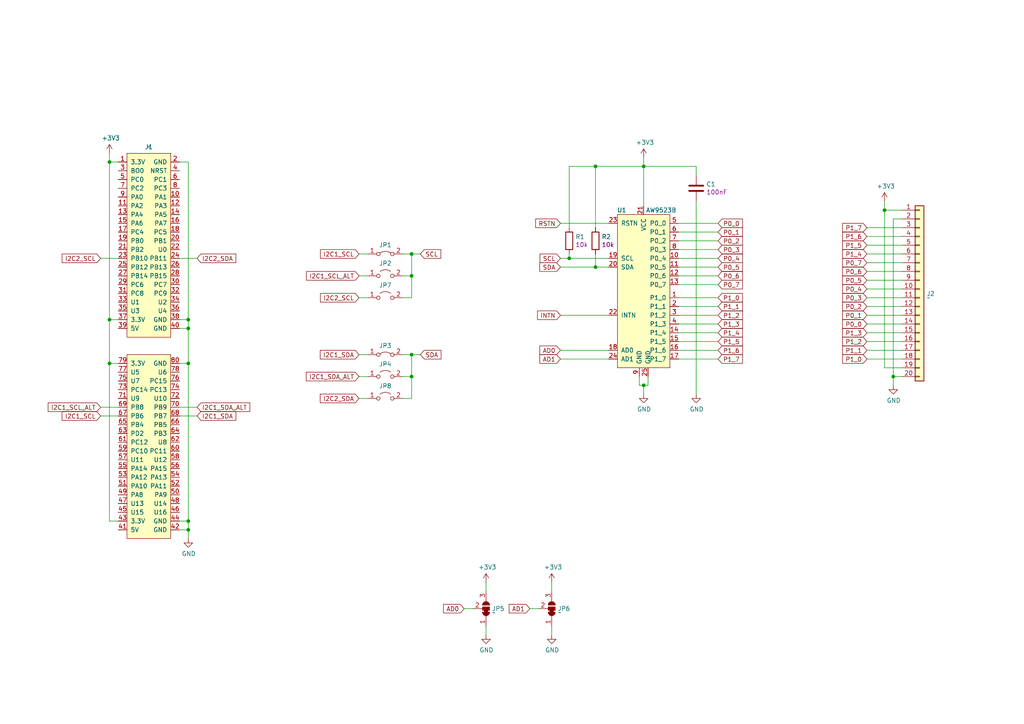
<source format=kicad_sch>
(kicad_sch (version 20211123) (generator eeschema)
  (paper "A4")
  (lib_symbols
    (symbol "Connector_Generic:Conn_01x20" (pin_names (offset 1.016) hide)
      (property "Reference" "J" (at 0 25.4 0))
      (property "Value" "Conn_01x20" (at 0 -27.94 0))
      (symbol "Conn_01x20_1_1"
        (rectangle (start -1.27 -25.273) (end 0 -25.527) (stroke (width 0.1524)))
        (rectangle (start -1.27 -22.733) (end 0 -22.987) (stroke (width 0.1524)))
        (rectangle (start -1.27 -20.193) (end 0 -20.447) (stroke (width 0.1524)))
        (rectangle (start -1.27 -17.653) (end 0 -17.907) (stroke (width 0.1524)))
        (rectangle (start -1.27 -15.113) (end 0 -15.367) (stroke (width 0.1524)))
        (rectangle (start -1.27 -12.573) (end 0 -12.827) (stroke (width 0.1524)))
        (rectangle (start -1.27 -10.033) (end 0 -10.287) (stroke (width 0.1524)))
        (rectangle (start -1.27 -7.493) (end 0 -7.747) (stroke (width 0.1524)))
        (rectangle (start -1.27 -4.953) (end 0 -5.207) (stroke (width 0.1524)))
        (rectangle (start -1.27 -2.413) (end 0 -2.667) (stroke (width 0.1524)))
        (rectangle (start -1.27 0.127) (end 0 -0.127) (stroke (width 0.1524)))
        (rectangle (start -1.27 2.667) (end 0 2.413) (stroke (width 0.1524)))
        (rectangle (start -1.27 5.207) (end 0 4.953) (stroke (width 0.1524)))
        (rectangle (start -1.27 7.747) (end 0 7.493) (stroke (width 0.1524)))
        (rectangle (start -1.27 10.287) (end 0 10.033) (stroke (width 0.1524)))
        (rectangle (start -1.27 12.827) (end 0 12.573) (stroke (width 0.1524)))
        (rectangle (start -1.27 15.367) (end 0 15.113) (stroke (width 0.1524)))
        (rectangle (start -1.27 17.907) (end 0 17.653) (stroke (width 0.1524)))
        (rectangle (start -1.27 20.447) (end 0 20.193) (stroke (width 0.1524)))
        (rectangle (start -1.27 22.987) (end 0 22.733) (stroke (width 0.1524)))
        (rectangle (start -1.27 24.13) (end 1.27 -26.67) (stroke (width 0.254)) (fill (type background)))
        (pin passive line (at -5.08 22.86 0) (length 3.81) (name "Pin_1") (number "1"))
        (pin passive line (at -5.08 0 0) (length 3.81) (name "Pin_10") (number "10"))
        (pin passive line (at -5.08 -2.54 0) (length 3.81) (name "Pin_11") (number "11"))
        (pin passive line (at -5.08 -5.08 0) (length 3.81) (name "Pin_12") (number "12"))
        (pin passive line (at -5.08 -7.62 0) (length 3.81) (name "Pin_13") (number "13"))
        (pin passive line (at -5.08 -10.16 0) (length 3.81) (name "Pin_14") (number "14"))
        (pin passive line (at -5.08 -12.7 0) (length 3.81) (name "Pin_15") (number "15"))
        (pin passive line (at -5.08 -15.24 0) (length 3.81) (name "Pin_16") (number "16"))
        (pin passive line (at -5.08 -17.78 0) (length 3.81) (name "Pin_17") (number "17"))
        (pin passive line (at -5.08 -20.32 0) (length 3.81) (name "Pin_18") (number "18"))
        (pin passive line (at -5.08 -22.86 0) (length 3.81) (name "Pin_19") (number "19"))
        (pin passive line (at -5.08 20.32 0) (length 3.81) (name "Pin_2") (number "2"))
        (pin passive line (at -5.08 -25.4 0) (length 3.81) (name "Pin_20") (number "20"))
        (pin passive line (at -5.08 17.78 0) (length 3.81) (name "Pin_3") (number "3"))
        (pin passive line (at -5.08 15.24 0) (length 3.81) (name "Pin_4") (number "4"))
        (pin passive line (at -5.08 12.7 0) (length 3.81) (name "Pin_5") (number "5"))
        (pin passive line (at -5.08 10.16 0) (length 3.81) (name "Pin_6") (number "6"))
        (pin passive line (at -5.08 7.62 0) (length 3.81) (name "Pin_7") (number "7"))
        (pin passive line (at -5.08 5.08 0) (length 3.81) (name "Pin_8") (number "8"))
        (pin passive line (at -5.08 2.54 0) (length 3.81) (name "Pin_9") (number "9"))
      )
    )
    (symbol "Jumper:Jumper_2_Bridged" (pin_names (offset 0) hide)
      (property "Reference" "JP" (at 0 1.905 0))
      (property "Value" "Jumper_2_Bridged" (at 0 -2.54 0))
      (symbol "Jumper_2_Bridged_0_0"
        (circle (center -2.032 0) (radius 0.508))
        (circle (center 2.032 0) (radius 0.508))
      )
      (symbol "Jumper_2_Bridged_0_1"
        (arc (start 1.524 0.254) (mid 0 0.762) (end -1.524 0.254))
      )
      (symbol "Jumper_2_Bridged_1_1"
        (pin passive line (at -5.08 0 0) (length 2.54) (name "A") (number "1"))
        (pin passive line (at 5.08 0 180) (length 2.54) (name "B") (number "2"))
      )
    )
    (symbol "Jumper:Jumper_2_Open" (pin_names (offset 0) hide)
      (property "Reference" "JP" (at 0 2.794 0))
      (property "Value" "Jumper_2_Open" (at 0 -2.286 0))
      (symbol "Jumper_2_Open_0_0"
        (circle (center -2.032 0) (radius 0.508))
        (circle (center 2.032 0) (radius 0.508))
      )
      (symbol "Jumper_2_Open_0_1"
        (arc (start 1.524 1.27) (mid 0 1.778) (end -1.524 1.27))
      )
      (symbol "Jumper_2_Open_1_1"
        (pin passive line (at -5.08 0 0) (length 2.54) (name "A") (number "1"))
        (pin passive line (at 5.08 0 180) (length 2.54) (name "B") (number "2"))
      )
    )
    (symbol "Jumper:SolderJumper_3_Bridged12" (pin_names (offset 0) hide)
      (property "Reference" "JP" (at -2.54 -2.54 0))
      (property "Value" "SolderJumper_3_Bridged12" (at 0 2.794 0))
      (symbol "SolderJumper_3_Bridged12_0_1"
        (rectangle (start -1.016 0.508) (end -0.508 -0.508) (fill (type outline)))
        (arc (start -1.016 1.016) (mid -2.032 0) (end -1.016 -1.016))
        (arc (start -1.016 1.016) (mid -2.032 0) (end -1.016 -1.016) (fill (type outline)))
        (rectangle (start -0.508 1.016) (end 0.508 -1.016) (fill (type outline)))
        (polyline (pts (xy -2.54 0) (xy -2.032 0)))
        (polyline (pts (xy -1.016 1.016) (xy -1.016 -1.016)))
        (polyline (pts (xy 0 -1.27) (xy 0 -1.016)))
        (polyline (pts (xy 1.016 1.016) (xy 1.016 -1.016)))
        (polyline (pts (xy 2.54 0) (xy 2.032 0)))
        (arc (start 1.016 -1.016) (mid 2.032 0) (end 1.016 1.016))
        (arc (start 1.016 -1.016) (mid 2.032 0) (end 1.016 1.016) (fill (type outline)))
      )
      (symbol "SolderJumper_3_Bridged12_1_1"
        (pin passive line (at -5.08 0 0) (length 2.54) (name "A") (number "1"))
        (pin input line (at 0 -3.81 90) (length 2.54) (name "C") (number "2"))
        (pin passive line (at 5.08 0 180) (length 2.54) (name "B") (number "3"))
      )
    )
    (symbol "ioaw9523-rescue:AW9523B-stm32world" (pin_names (offset 1.016))
      (property "Reference" "U" (at -6.35 24.13 0))
      (property "Value" "AW9523B-stm32world" (at 6.35 24.13 0))
      (symbol "AW9523B-stm32world_0_1"
        (rectangle (start 7.62 22.86) (end -7.62 -21.59) (fill (type background)))
      )
      (symbol "AW9523B-stm32world_1_1"
        (pin bidirectional line (at 10.16 -1.27 180) (length 2.54) (name "P1_0") (number "1"))
        (pin bidirectional line (at 10.16 10.16 180) (length 2.54) (name "P0_4") (number "10"))
        (pin bidirectional line (at 10.16 7.62 180) (length 2.54) (name "P0_5") (number "11"))
        (pin bidirectional line (at 10.16 5.08 180) (length 2.54) (name "P0_6") (number "12"))
        (pin bidirectional line (at 10.16 2.54 180) (length 2.54) (name "P0_7") (number "13"))
        (pin bidirectional line (at 10.16 -11.43 180) (length 2.54) (name "P1_4") (number "14"))
        (pin bidirectional line (at 10.16 -13.97 180) (length 2.54) (name "P1_5") (number "15"))
        (pin bidirectional line (at 10.16 -16.51 180) (length 2.54) (name "P1_6") (number "16"))
        (pin bidirectional line (at 10.16 -19.05 180) (length 2.54) (name "P1_7") (number "17"))
        (pin input line (at -10.16 -16.51 0) (length 2.54) (name "AD0") (number "18"))
        (pin input line (at -10.16 10.16 0) (length 2.54) (name "SCL") (number "19"))
        (pin bidirectional line (at 10.16 -3.81 180) (length 2.54) (name "P1_1") (number "2"))
        (pin bidirectional line (at -10.16 7.62 0) (length 2.54) (name "SDA") (number "20"))
        (pin power_in line (at 0 25.4 270) (length 2.54) (name "VCC") (number "21"))
        (pin output line (at -10.16 -6.35 0) (length 2.54) (name "INTN") (number "22"))
        (pin input line (at -10.16 20.32 0) (length 2.54) (name "RSTN") (number "23"))
        (pin input line (at -10.16 -19.05 0) (length 2.54) (name "AD1") (number "24"))
        (pin power_in line (at 1.27 -24.13 90) (length 2.54) (name "GND") (number "25"))
        (pin bidirectional line (at 10.16 -6.35 180) (length 2.54) (name "P1_2") (number "3"))
        (pin bidirectional line (at 10.16 -8.89 180) (length 2.54) (name "P1_3") (number "4"))
        (pin bidirectional line (at 10.16 20.32 180) (length 2.54) (name "P0_0") (number "5"))
        (pin bidirectional line (at 10.16 17.78 180) (length 2.54) (name "P0_1") (number "6"))
        (pin bidirectional line (at 10.16 15.24 180) (length 2.54) (name "P0_2") (number "7"))
        (pin bidirectional line (at 10.16 12.7 180) (length 2.54) (name "P0_3") (number "8"))
        (pin power_in line (at -1.27 -24.13 90) (length 2.54) (name "GND") (number "9"))
      )
    )
    (symbol "power:+3.3V" (power) (pin_names (offset 0))
      (property "Value" "+3.3V" (at 0 3.556 0))
      (symbol "+3.3V_0_1"
        (polyline (pts (xy -0.762 1.27) (xy 0 2.54)))
        (polyline (pts (xy 0 0) (xy 0 2.54)))
        (polyline (pts (xy 0 2.54) (xy 0.762 1.27)))
      )
      (symbol "+3.3V_1_1"
        (pin power_in line (at 0 0 90) (length 0) hide (name "+3V3") (number "1"))
      )
    )
    (symbol "power:GND" (power) (pin_names (offset 0))
      (property "Value" "GND" (at 0 -3.81 0))
      (symbol "GND_0_1"
        (polyline (pts (xy 0 0) (xy 0 -1.27) (xy 1.27 -1.27) (xy 0 -2.54) (xy -1.27 -1.27) (xy 0 -1.27)))
      )
      (symbol "GND_1_1"
        (pin power_in line (at 0 0 270) (length 0) hide (name "GND") (number "1"))
      )
    )
    (symbol "stm32world:C_100NF_0603" (pin_numbers hide) (pin_names (offset 0.254))
      (property "Reference" "C" (at 0.635 2.54 0))
      (property "Display" "100nF" (at 3.81 -2.54 0))
      (symbol "C_100NF_0603_0_1"
        (polyline (pts (xy -2.032 -0.762) (xy 2.032 -0.762)) (stroke (width 0.508)))
        (polyline (pts (xy -2.032 0.762) (xy 2.032 0.762)) (stroke (width 0.508)))
      )
      (symbol "C_100NF_0603_1_1"
        (pin passive line (at 0 3.81 270) (length 2.794) (name "~") (number "1"))
        (pin passive line (at 0 -3.81 90) (length 2.794) (name "~") (number "2"))
      )
    )
    (symbol "stm32world:R_10K_0603" (pin_numbers hide) (pin_names (offset 0))
      (property "Reference" "R" (at 2.54 2.54 90))
      (property "Display" "10k" (at 2.54 -1.27 90))
      (symbol "R_10K_0603_0_1"
        (rectangle (start -1.016 -2.54) (end 1.016 2.54) (stroke (width 0.254)))
      )
      (symbol "R_10K_0603_1_1"
        (pin passive line (at 0 3.81 270) (length 1.27) (name "~") (number "1"))
        (pin passive line (at 0 -3.81 90) (length 1.27) (name "~") (number "2"))
      )
    )
    (symbol "stm32world:STM32WORLD_BASE" (pin_names (offset 1.016))
      (property "Reference" "J" (at -6.35 57.15 0))
      (property "Value" "STM32WORLD_BASE" (at 10.16 57.15 0))
      (symbol "STM32WORLD_BASE_0_1"
        (rectangle (start -6.35 55.88) (end 6.35 2.54) (fill (type background)))
        (rectangle (start 6.35 -2.54) (end -6.35 -55.88) (fill (type background)))
      )
      (symbol "STM32WORLD_BASE_1_1"
        (pin passive line (at -8.89 53.34 0) (length 2.54) (name "3.3V") (number "1"))
        (pin passive line (at 8.89 43.18 180) (length 2.54) (name "PA1") (number "10"))
        (pin passive line (at -8.89 40.64 0) (length 2.54) (name "PA2") (number "11"))
        (pin passive line (at 8.89 40.64 180) (length 2.54) (name "PA3") (number "12"))
        (pin passive line (at -8.89 38.1 0) (length 2.54) (name "PA4") (number "13"))
        (pin passive line (at 8.89 38.1 180) (length 2.54) (name "PA5") (number "14"))
        (pin passive line (at -8.89 35.56 0) (length 2.54) (name "PA6") (number "15"))
        (pin passive line (at 8.89 35.56 180) (length 2.54) (name "PA7") (number "16"))
        (pin passive line (at -8.89 33.02 0) (length 2.54) (name "PC4") (number "17"))
        (pin passive line (at 8.89 33.02 180) (length 2.54) (name "PC5") (number "18"))
        (pin passive line (at -8.89 30.48 0) (length 2.54) (name "PB0") (number "19"))
        (pin passive line (at 8.89 53.34 180) (length 2.54) (name "GND") (number "2"))
        (pin passive line (at 8.89 30.48 180) (length 2.54) (name "PB1") (number "20"))
        (pin passive line (at -8.89 27.94 0) (length 2.54) (name "PB2") (number "21"))
        (pin passive line (at 8.89 27.94 180) (length 2.54) (name "U0") (number "22"))
        (pin passive line (at -8.89 25.4 0) (length 2.54) (name "PB10") (number "23"))
        (pin passive line (at 8.89 25.4 180) (length 2.54) (name "PB11") (number "24"))
        (pin passive line (at -8.89 22.86 0) (length 2.54) (name "PB12") (number "25"))
        (pin passive line (at 8.89 22.86 180) (length 2.54) (name "PB13") (number "26"))
        (pin passive line (at -8.89 20.32 0) (length 2.54) (name "PB14") (number "27"))
        (pin passive line (at 8.89 20.32 180) (length 2.54) (name "PB15") (number "28"))
        (pin passive line (at -8.89 17.78 0) (length 2.54) (name "PC6") (number "29"))
        (pin passive line (at -8.89 50.8 0) (length 2.54) (name "BO0") (number "3"))
        (pin passive line (at 8.89 17.78 180) (length 2.54) (name "PC7") (number "30"))
        (pin passive line (at -8.89 15.24 0) (length 2.54) (name "PC8") (number "31"))
        (pin passive line (at 8.89 15.24 180) (length 2.54) (name "PC9") (number "32"))
        (pin passive line (at -8.89 12.7 0) (length 2.54) (name "U1") (number "33"))
        (pin passive line (at 8.89 12.7 180) (length 2.54) (name "U2") (number "34"))
        (pin passive line (at -8.89 10.16 0) (length 2.54) (name "U3") (number "35"))
        (pin passive line (at 8.89 10.16 180) (length 2.54) (name "U4") (number "36"))
        (pin passive line (at -8.89 7.62 0) (length 2.54) (name "3.3V") (number "37"))
        (pin passive line (at 8.89 7.62 180) (length 2.54) (name "GND") (number "38"))
        (pin passive line (at -8.89 5.08 0) (length 2.54) (name "5V") (number "39"))
        (pin passive line (at 8.89 50.8 180) (length 2.54) (name "NRST") (number "4"))
        (pin passive line (at 8.89 5.08 180) (length 2.54) (name "GND") (number "40"))
        (pin passive line (at -8.89 -53.34 0) (length 2.54) (name "5V") (number "41"))
        (pin passive line (at 8.89 -53.34 180) (length 2.54) (name "GND") (number "42"))
        (pin passive line (at -8.89 -50.8 0) (length 2.54) (name "3.3V") (number "43"))
        (pin passive line (at 8.89 -50.8 180) (length 2.54) (name "GND") (number "44"))
        (pin passive line (at -8.89 -48.26 0) (length 2.54) (name "U15") (number "45"))
        (pin passive line (at 8.89 -48.26 180) (length 2.54) (name "U16") (number "46"))
        (pin passive line (at -8.89 -45.72 0) (length 2.54) (name "U13") (number "47"))
        (pin passive line (at 8.89 -45.72 180) (length 2.54) (name "U14") (number "48"))
        (pin passive line (at -8.89 -43.18 0) (length 2.54) (name "PA8") (number "49"))
        (pin passive line (at -8.89 48.26 0) (length 2.54) (name "PC0") (number "5"))
        (pin passive line (at 8.89 -43.18 180) (length 2.54) (name "PA9") (number "50"))
        (pin passive line (at -8.89 -40.64 0) (length 2.54) (name "PA10") (number "51"))
        (pin passive line (at 8.89 -40.64 180) (length 2.54) (name "PA11") (number "52"))
        (pin passive line (at -8.89 -38.1 0) (length 2.54) (name "PA12") (number "53"))
        (pin passive line (at 8.89 -38.1 180) (length 2.54) (name "PA13") (number "54"))
        (pin passive line (at -8.89 -35.56 0) (length 2.54) (name "PA14") (number "55"))
        (pin passive line (at 8.89 -35.56 180) (length 2.54) (name "PA15") (number "56"))
        (pin passive line (at -8.89 -33.02 0) (length 2.54) (name "U11") (number "57"))
        (pin passive line (at 8.89 -33.02 180) (length 2.54) (name "U12") (number "58"))
        (pin passive line (at -8.89 -30.48 0) (length 2.54) (name "PC10") (number "59"))
        (pin passive line (at 8.89 48.26 180) (length 2.54) (name "PC1") (number "6"))
        (pin passive line (at 8.89 -30.48 180) (length 2.54) (name "PC11") (number "60"))
        (pin passive line (at -8.89 -27.94 0) (length 2.54) (name "PC12") (number "61"))
        (pin passive line (at 8.89 -27.94 180) (length 2.54) (name "U8") (number "62"))
        (pin passive line (at -8.89 -25.4 0) (length 2.54) (name "PD2") (number "63"))
        (pin passive line (at 8.89 -25.4 180) (length 2.54) (name "PB3") (number "64"))
        (pin passive line (at -8.89 -22.86 0) (length 2.54) (name "PB4") (number "65"))
        (pin passive line (at 8.89 -22.86 180) (length 2.54) (name "PB5") (number "66"))
        (pin passive line (at -8.89 -20.32 0) (length 2.54) (name "PB6") (number "67"))
        (pin passive line (at 8.89 -20.32 180) (length 2.54) (name "PB7") (number "68"))
        (pin passive line (at -8.89 -17.78 0) (length 2.54) (name "PB8") (number "69"))
        (pin passive line (at -8.89 45.72 0) (length 2.54) (name "PC2") (number "7"))
        (pin passive line (at 8.89 -17.78 180) (length 2.54) (name "PB9") (number "70"))
        (pin passive line (at -8.89 -15.24 0) (length 2.54) (name "U9") (number "71"))
        (pin passive line (at 8.89 -15.24 180) (length 2.54) (name "U10") (number "72"))
        (pin passive line (at -8.89 -12.7 0) (length 2.54) (name "PC14") (number "73"))
        (pin passive line (at 8.89 -12.7 180) (length 2.54) (name "PC13") (number "74"))
        (pin passive line (at -8.89 -10.16 0) (length 2.54) (name "U7") (number "75"))
        (pin passive line (at 8.89 -10.16 180) (length 2.54) (name "PC15") (number "76"))
        (pin passive line (at -8.89 -7.62 0) (length 2.54) (name "U5") (number "77"))
        (pin passive line (at 8.89 -7.62 180) (length 2.54) (name "U6") (number "78"))
        (pin passive line (at -8.89 -5.08 0) (length 2.54) (name "3.3V") (number "79"))
        (pin passive line (at 8.89 45.72 180) (length 2.54) (name "PC3") (number "8"))
        (pin passive line (at 8.89 -5.08 180) (length 2.54) (name "GND") (number "80"))
        (pin passive line (at -8.89 43.18 0) (length 2.54) (name "PA0") (number "9"))
      )
    )
  )
  (junction (at 172.72 48.26))
  (junction (at 31.75 46.99))
  (junction (at 119.38 109.22))
  (junction (at 54.61 92.71))
  (junction (at 186.69 111.76))
  (junction (at 186.69 48.26))
  (junction (at 256.54 60.96))
  (junction (at 54.61 153.67))
  (junction (at 165.1 74.93))
  (junction (at 31.75 105.41))
  (junction (at 119.38 80.01))
  (junction (at 119.38 102.87))
  (junction (at 172.72 77.47))
  (junction (at 31.75 92.71))
  (junction (at 54.61 105.41))
  (junction (at 119.38 73.66))
  (junction (at 259.08 109.22))
  (junction (at 54.61 151.13))
  (junction (at 54.61 95.25))
  (wire (pts (xy 196.85 64.77) (xy 208.28 64.77)))
  (wire (pts (xy 52.07 153.67) (xy 54.61 153.67)))
  (wire (pts (xy 172.72 73.66) (xy 172.72 77.47)))
  (wire (pts (xy 196.85 69.85) (xy 208.28 69.85)))
  (wire (pts (xy 34.29 118.11) (xy 29.21 118.11)))
  (wire (pts (xy 261.62 104.14) (xy 251.46 104.14)))
  (wire (pts (xy 196.85 91.44) (xy 208.28 91.44)))
  (wire (pts (xy 208.28 82.55) (xy 196.85 82.55)))
  (wire (pts (xy 261.62 83.82) (xy 251.46 83.82)))
  (wire (pts (xy 119.38 115.57) (xy 116.84 115.57)))
  (wire (pts (xy 162.56 74.93) (xy 165.1 74.93)))
  (wire (pts (xy 208.28 67.31) (xy 196.85 67.31)))
  (wire (pts (xy 160.02 168.91) (xy 160.02 171.45)))
  (wire (pts (xy 104.14 80.01) (xy 106.68 80.01)))
  (wire (pts (xy 104.14 115.57) (xy 106.68 115.57)))
  (wire (pts (xy 196.85 86.36) (xy 208.28 86.36)))
  (wire (pts (xy 201.93 48.26) (xy 201.93 50.8)))
  (wire (pts (xy 52.07 105.41) (xy 54.61 105.41)))
  (wire (pts (xy 52.07 151.13) (xy 54.61 151.13)))
  (wire (pts (xy 140.97 181.61) (xy 140.97 184.15)))
  (wire (pts (xy 256.54 106.68) (xy 261.62 106.68)))
  (wire (pts (xy 31.75 105.41) (xy 31.75 151.13)))
  (wire (pts (xy 256.54 60.96) (xy 261.62 60.96)))
  (wire (pts (xy 185.42 109.22) (xy 185.42 111.76)))
  (wire (pts (xy 54.61 95.25) (xy 54.61 92.71)))
  (wire (pts (xy 31.75 92.71) (xy 31.75 105.41)))
  (wire (pts (xy 121.92 73.66) (xy 119.38 73.66)))
  (wire (pts (xy 259.08 63.5) (xy 261.62 63.5)))
  (wire (pts (xy 119.38 80.01) (xy 119.38 73.66)))
  (wire (pts (xy 186.69 111.76) (xy 187.96 111.76)))
  (wire (pts (xy 52.07 95.25) (xy 54.61 95.25)))
  (wire (pts (xy 196.85 96.52) (xy 208.28 96.52)))
  (wire (pts (xy 31.75 151.13) (xy 34.29 151.13)))
  (wire (pts (xy 31.75 105.41) (xy 34.29 105.41)))
  (wire (pts (xy 172.72 66.04) (xy 172.72 48.26)))
  (wire (pts (xy 259.08 109.22) (xy 261.62 109.22)))
  (wire (pts (xy 186.69 45.72) (xy 186.69 48.26)))
  (wire (pts (xy 201.93 58.42) (xy 201.93 114.3)))
  (wire (pts (xy 196.85 74.93) (xy 208.28 74.93)))
  (wire (pts (xy 186.69 48.26) (xy 201.93 48.26)))
  (wire (pts (xy 57.15 120.65) (xy 52.07 120.65)))
  (wire (pts (xy 140.97 168.91) (xy 140.97 171.45)))
  (wire (pts (xy 162.56 91.44) (xy 176.53 91.44)))
  (wire (pts (xy 104.14 109.22) (xy 106.68 109.22)))
  (wire (pts (xy 251.46 68.58) (xy 261.62 68.58)))
  (wire (pts (xy 251.46 91.44) (xy 261.62 91.44)))
  (wire (pts (xy 160.02 184.15) (xy 160.02 181.61)))
  (wire (pts (xy 54.61 92.71) (xy 54.61 46.99)))
  (wire (pts (xy 119.38 102.87) (xy 116.84 102.87)))
  (wire (pts (xy 52.07 74.93) (xy 57.15 74.93)))
  (wire (pts (xy 251.46 101.6) (xy 261.62 101.6)))
  (wire (pts (xy 54.61 151.13) (xy 54.61 105.41)))
  (wire (pts (xy 261.62 99.06) (xy 251.46 99.06)))
  (wire (pts (xy 119.38 86.36) (xy 116.84 86.36)))
  (wire (pts (xy 165.1 66.04) (xy 165.1 48.26)))
  (wire (pts (xy 162.56 101.6) (xy 176.53 101.6)))
  (wire (pts (xy 116.84 80.01) (xy 119.38 80.01)))
  (wire (pts (xy 134.62 176.53) (xy 137.16 176.53)))
  (wire (pts (xy 261.62 73.66) (xy 251.46 73.66)))
  (wire (pts (xy 208.28 88.9) (xy 196.85 88.9)))
  (wire (pts (xy 162.56 77.47) (xy 172.72 77.47)))
  (wire (pts (xy 256.54 60.96) (xy 256.54 106.68)))
  (wire (pts (xy 165.1 73.66) (xy 165.1 74.93)))
  (wire (pts (xy 208.28 93.98) (xy 196.85 93.98)))
  (wire (pts (xy 31.75 44.45) (xy 31.75 46.99)))
  (wire (pts (xy 162.56 104.14) (xy 176.53 104.14)))
  (wire (pts (xy 31.75 46.99) (xy 34.29 46.99)))
  (wire (pts (xy 153.67 176.53) (xy 156.21 176.53)))
  (wire (pts (xy 196.85 104.14) (xy 208.28 104.14)))
  (wire (pts (xy 119.38 80.01) (xy 119.38 86.36)))
  (wire (pts (xy 119.38 109.22) (xy 119.38 102.87)))
  (wire (pts (xy 251.46 81.28) (xy 261.62 81.28)))
  (wire (pts (xy 165.1 48.26) (xy 172.72 48.26)))
  (wire (pts (xy 187.96 111.76) (xy 187.96 109.22)))
  (wire (pts (xy 165.1 74.93) (xy 176.53 74.93)))
  (wire (pts (xy 29.21 120.65) (xy 34.29 120.65)))
  (wire (pts (xy 251.46 71.12) (xy 261.62 71.12)))
  (wire (pts (xy 172.72 77.47) (xy 176.53 77.47)))
  (wire (pts (xy 54.61 105.41) (xy 54.61 95.25)))
  (wire (pts (xy 251.46 76.2) (xy 261.62 76.2)))
  (wire (pts (xy 196.85 80.01) (xy 208.28 80.01)))
  (wire (pts (xy 116.84 109.22) (xy 119.38 109.22)))
  (wire (pts (xy 119.38 73.66) (xy 116.84 73.66)))
  (wire (pts (xy 251.46 86.36) (xy 261.62 86.36)))
  (wire (pts (xy 29.21 74.93) (xy 34.29 74.93)))
  (wire (pts (xy 186.69 111.76) (xy 186.69 114.3)))
  (wire (pts (xy 104.14 73.66) (xy 106.68 73.66)))
  (wire (pts (xy 162.56 64.77) (xy 176.53 64.77)))
  (wire (pts (xy 251.46 66.04) (xy 261.62 66.04)))
  (wire (pts (xy 104.14 86.36) (xy 106.68 86.36)))
  (wire (pts (xy 172.72 48.26) (xy 186.69 48.26)))
  (wire (pts (xy 54.61 46.99) (xy 52.07 46.99)))
  (wire (pts (xy 208.28 101.6) (xy 196.85 101.6)))
  (wire (pts (xy 104.14 102.87) (xy 106.68 102.87)))
  (wire (pts (xy 57.15 118.11) (xy 52.07 118.11)))
  (wire (pts (xy 256.54 58.42) (xy 256.54 60.96)))
  (wire (pts (xy 34.29 92.71) (xy 31.75 92.71)))
  (wire (pts (xy 208.28 72.39) (xy 196.85 72.39)))
  (wire (pts (xy 251.46 96.52) (xy 261.62 96.52)))
  (wire (pts (xy 121.92 102.87) (xy 119.38 102.87)))
  (wire (pts (xy 119.38 109.22) (xy 119.38 115.57)))
  (wire (pts (xy 54.61 153.67) (xy 54.61 151.13)))
  (wire (pts (xy 259.08 111.76) (xy 259.08 109.22)))
  (wire (pts (xy 261.62 93.98) (xy 251.46 93.98)))
  (wire (pts (xy 208.28 99.06) (xy 196.85 99.06)))
  (wire (pts (xy 31.75 46.99) (xy 31.75 92.71)))
  (wire (pts (xy 185.42 111.76) (xy 186.69 111.76)))
  (wire (pts (xy 259.08 109.22) (xy 259.08 63.5)))
  (wire (pts (xy 54.61 156.21) (xy 54.61 153.67)))
  (wire (pts (xy 261.62 88.9) (xy 251.46 88.9)))
  (wire (pts (xy 251.46 78.74) (xy 261.62 78.74)))
  (wire (pts (xy 186.69 48.26) (xy 186.69 59.69)))
  (wire (pts (xy 208.28 77.47) (xy 196.85 77.47)))
  (wire (pts (xy 52.07 92.71) (xy 54.61 92.71)))
  (global_label "AD1" (shape input) (at 153.67 176.53 180) (property "Intersheet References" "${INTERSHEET_REFS}" (effects hide)))
  (global_label "P1_2" (shape input) (at 208.28 91.44 0) (property "Intersheet References" "${INTERSHEET_REFS}" (effects hide)))
  (global_label "P1_5" (shape input) (at 251.46 71.12 180) (property "Intersheet References" "${INTERSHEET_REFS}" (effects hide)))
  (global_label "SCL" (shape input) (at 162.56 74.93 180) (property "Intersheet References" "${INTERSHEET_REFS}" (effects hide)))
  (global_label "I2C1_SDA" (shape input) (at 57.15 120.65 0) (property "Intersheet References" "${INTERSHEET_REFS}" (effects hide)))
  (global_label "P0_6" (shape input) (at 251.46 78.74 180) (property "Intersheet References" "${INTERSHEET_REFS}" (effects hide)))
  (global_label "P0_5" (shape input) (at 208.28 77.47 0) (property "Intersheet References" "${INTERSHEET_REFS}" (effects hide)))
  (global_label "SCL" (shape input) (at 121.92 73.66 0) (property "Intersheet References" "${INTERSHEET_REFS}" (effects hide)))
  (global_label "P1_4" (shape input) (at 208.28 96.52 0) (property "Intersheet References" "${INTERSHEET_REFS}" (effects hide)))
  (global_label "P0_7" (shape input) (at 251.46 76.2 180) (property "Intersheet References" "${INTERSHEET_REFS}" (effects hide)))
  (global_label "P0_5" (shape input) (at 251.46 81.28 180) (property "Intersheet References" "${INTERSHEET_REFS}" (effects hide)))
  (global_label "SDA" (shape input) (at 162.56 77.47 180) (property "Intersheet References" "${INTERSHEET_REFS}" (effects hide)))
  (global_label "I2C2_SDA" (shape input) (at 104.14 115.57 180) (property "Intersheet References" "${INTERSHEET_REFS}" (effects hide)))
  (global_label "P1_5" (shape input) (at 208.28 99.06 0) (property "Intersheet References" "${INTERSHEET_REFS}" (effects hide)))
  (global_label "P0_6" (shape input) (at 208.28 80.01 0) (property "Intersheet References" "${INTERSHEET_REFS}" (effects hide)))
  (global_label "I2C1_SDA_ALT" (shape input) (at 104.14 109.22 180) (property "Intersheet References" "${INTERSHEET_REFS}" (effects hide)))
  (global_label "P1_1" (shape input) (at 208.28 88.9 0) (property "Intersheet References" "${INTERSHEET_REFS}" (effects hide)))
  (global_label "P0_2" (shape input) (at 251.46 88.9 180) (property "Intersheet References" "${INTERSHEET_REFS}" (effects hide)))
  (global_label "INTN" (shape input) (at 162.56 91.44 180) (property "Intersheet References" "${INTERSHEET_REFS}" (effects hide)))
  (global_label "P1_6" (shape input) (at 251.46 68.58 180) (property "Intersheet References" "${INTERSHEET_REFS}" (effects hide)))
  (global_label "P1_0" (shape input) (at 251.46 104.14 180) (property "Intersheet References" "${INTERSHEET_REFS}" (effects hide)))
  (global_label "P0_4" (shape input) (at 251.46 83.82 180) (property "Intersheet References" "${INTERSHEET_REFS}" (effects hide)))
  (global_label "P1_3" (shape input) (at 208.28 93.98 0) (property "Intersheet References" "${INTERSHEET_REFS}" (effects hide)))
  (global_label "P0_7" (shape input) (at 208.28 82.55 0) (property "Intersheet References" "${INTERSHEET_REFS}" (effects hide)))
  (global_label "I2C1_SCL" (shape input) (at 29.21 120.65 180) (property "Intersheet References" "${INTERSHEET_REFS}" (effects hide)))
  (global_label "P0_3" (shape input) (at 208.28 72.39 0) (property "Intersheet References" "${INTERSHEET_REFS}" (effects hide)))
  (global_label "I2C1_SCL_ALT" (shape input) (at 29.21 118.11 180) (property "Intersheet References" "${INTERSHEET_REFS}" (effects hide)))
  (global_label "I2C2_SCL" (shape input) (at 29.21 74.93 180) (property "Intersheet References" "${INTERSHEET_REFS}" (effects hide)))
  (global_label "P0_0" (shape input) (at 251.46 93.98 180) (property "Intersheet References" "${INTERSHEET_REFS}" (effects hide)))
  (global_label "RSTN" (shape input) (at 162.56 64.77 180) (property "Intersheet References" "${INTERSHEET_REFS}" (effects hide)))
  (global_label "AD0" (shape input) (at 134.62 176.53 180) (property "Intersheet References" "${INTERSHEET_REFS}" (effects hide)))
  (global_label "P1_7" (shape input) (at 208.28 104.14 0) (property "Intersheet References" "${INTERSHEET_REFS}" (effects hide)))
  (global_label "SDA" (shape input) (at 121.92 102.87 0) (property "Intersheet References" "${INTERSHEET_REFS}" (effects hide)))
  (global_label "I2C1_SCL_ALT" (shape input) (at 104.14 80.01 180) (property "Intersheet References" "${INTERSHEET_REFS}" (effects hide)))
  (global_label "P0_1" (shape input) (at 251.46 91.44 180) (property "Intersheet References" "${INTERSHEET_REFS}" (effects hide)))
  (global_label "P0_1" (shape input) (at 208.28 67.31 0) (property "Intersheet References" "${INTERSHEET_REFS}" (effects hide)))
  (global_label "P1_3" (shape input) (at 251.46 96.52 180) (property "Intersheet References" "${INTERSHEET_REFS}" (effects hide)))
  (global_label "AD0" (shape input) (at 162.56 101.6 180) (property "Intersheet References" "${INTERSHEET_REFS}" (effects hide)))
  (global_label "P1_7" (shape input) (at 251.46 66.04 180) (property "Intersheet References" "${INTERSHEET_REFS}" (effects hide)))
  (global_label "P0_3" (shape input) (at 251.46 86.36 180) (property "Intersheet References" "${INTERSHEET_REFS}" (effects hide)))
  (global_label "P0_4" (shape input) (at 208.28 74.93 0) (property "Intersheet References" "${INTERSHEET_REFS}" (effects hide)))
  (global_label "P1_6" (shape input) (at 208.28 101.6 0) (property "Intersheet References" "${INTERSHEET_REFS}" (effects hide)))
  (global_label "P0_2" (shape input) (at 208.28 69.85 0) (property "Intersheet References" "${INTERSHEET_REFS}" (effects hide)))
  (global_label "I2C1_SDA" (shape input) (at 104.14 102.87 180) (property "Intersheet References" "${INTERSHEET_REFS}" (effects hide)))
  (global_label "I2C2_SDA" (shape input) (at 57.15 74.93 0) (property "Intersheet References" "${INTERSHEET_REFS}" (effects hide)))
  (global_label "P1_4" (shape input) (at 251.46 73.66 180) (property "Intersheet References" "${INTERSHEET_REFS}" (effects hide)))
  (global_label "P1_1" (shape input) (at 251.46 101.6 180) (property "Intersheet References" "${INTERSHEET_REFS}" (effects hide)))
  (global_label "I2C2_SCL" (shape input) (at 104.14 86.36 180) (property "Intersheet References" "${INTERSHEET_REFS}" (effects hide)))
  (global_label "P1_0" (shape input) (at 208.28 86.36 0) (property "Intersheet References" "${INTERSHEET_REFS}" (effects hide)))
  (global_label "P0_0" (shape input) (at 208.28 64.77 0) (property "Intersheet References" "${INTERSHEET_REFS}" (effects hide)))
  (global_label "AD1" (shape input) (at 162.56 104.14 180) (property "Intersheet References" "${INTERSHEET_REFS}" (effects hide)))
  (global_label "I2C1_SCL" (shape input) (at 104.14 73.66 180) (property "Intersheet References" "${INTERSHEET_REFS}" (effects hide)))
  (global_label "P1_2" (shape input) (at 251.46 99.06 180) (property "Intersheet References" "${INTERSHEET_REFS}" (effects hide)))
  (global_label "I2C1_SDA_ALT" (shape input) (at 57.15 118.11 0) (property "Intersheet References" "${INTERSHEET_REFS}" (effects hide)))
  (symbol (lib_id "stm32world:STM32WORLD_BASE") (at 43.18 100.33 0) (unit 1)
    (property "Reference" "J1" (at 43.18 42.5958 0))
    (property "Value" "~" (at 43.18 42.5704 0))
    (property "Footprint" "stm32world:STM32WORLD_BASE" (effects hide))
  )
  (symbol (lib_id "ioaw9523-rescue:AW9523B-stm32world") (at 186.69 85.09 0) (unit 1)
    (property "Reference" "U1" (at 180.34 60.96 0))
    (property "Value" "AW9523B" (at 191.77 60.96 0))
    (property "Footprint" "Package_DFN_QFN:TQFN-24-1EP_4x4mm_P0.5mm_EP2.8x2.8mm_PullBack" (effects hide))
    (property "Datasheet" "https://ipfs-pin.com/ipfs/QmQK9XdJ5D8aZySKUs2EvwPcv1q9PFZV9Ao15szbR2BAfK/AW9523B.pdf" (effects hide))
    (property "LCSC" "C148077" (effects hide))
  )
  (symbol (lib_id "power:GND") (at 54.61 156.21 0) (unit 1)
    (property "Reference" "#PWR0101" (effects hide))
    (property "Value" "GND" (at 54.737 160.6042 0))
  )
  (symbol (lib_id "power:+3.3V") (at 31.75 44.45 0) (unit 1)
    (property "Reference" "#PWR0102" (effects hide))
    (property "Value" "+3.3V" (at 32.131 40.0558 0))
  )
  (symbol (lib_id "power:GND") (at 186.69 114.3 0) (unit 1)
    (property "Reference" "#PWR0103" (effects hide))
    (property "Value" "GND" (at 186.817 118.6942 0))
  )
  (symbol (lib_id "power:+3.3V") (at 186.69 45.72 0) (unit 1)
    (property "Reference" "#PWR0104" (effects hide))
    (property "Value" "+3.3V" (at 187.071 41.3258 0))
  )
  (symbol (lib_id "Connector_Generic:Conn_01x20") (at 266.7 83.82 0) (unit 1)
    (property "Reference" "J2" (at 268.732 85.1916 0) (effects (justify left)))
    (property "Value" "~" (at 268.732 86.3346 0) (effects (justify left)))
    (property "Footprint" "Connector_PinHeader_2.54mm:PinHeader_2x10_P2.54mm_Horizontal" (effects hide))
  )
  (symbol (lib_id "power:GND") (at 259.08 111.76 0) (unit 1)
    (property "Reference" "#PWR0105" (effects hide))
    (property "Value" "GND" (at 259.207 116.1542 0))
  )
  (symbol (lib_id "power:+3.3V") (at 256.54 58.42 0) (unit 1)
    (property "Reference" "#PWR0106" (effects hide))
    (property "Value" "+3.3V" (at 256.921 54.0258 0))
  )
  (symbol (lib_id "stm32world:C_100NF_0603") (at 201.93 54.61 0) (unit 1)
    (property "Reference" "C1" (at 204.851 53.4416 0) (effects (justify left)))
    (property "Value" "C_100NF_0603" (effects hide))
    (property "Footprint" "Capacitor_SMD:C_0603_1608Metric" (effects hide))
    (property "Display" "100nF" (at 204.851 55.753 0) (effects (justify left)))
    (property "LCSC" "C14663" (effects hide))
  )
  (symbol (lib_id "power:GND") (at 201.93 114.3 0) (unit 1)
    (property "Reference" "#PWR0107" (effects hide))
    (property "Value" "GND" (at 202.057 118.6942 0))
  )
  (symbol (lib_id "stm32world:R_10K_0603") (at 172.72 69.85 0) (unit 1)
    (property "Reference" "R2" (at 174.498 68.6816 0) (effects (justify left)))
    (property "Value" "R_10K_0603" (effects hide))
    (property "Footprint" "Resistor_SMD:R_0603_1608Metric" (effects hide))
    (property "Display" "10k" (at 174.498 70.993 0) (effects (justify left)))
    (property "LCSC" "C25804" (effects hide))
  )
  (symbol (lib_id "stm32world:R_10K_0603") (at 165.1 69.85 0) (unit 1)
    (property "Reference" "R1" (at 166.878 68.6816 0) (effects (justify left)))
    (property "Value" "R_10K_0603" (effects hide))
    (property "Footprint" "Resistor_SMD:R_0603_1608Metric" (effects hide))
    (property "Display" "10k" (at 166.878 70.993 0) (effects (justify left)))
    (property "LCSC" "C25804" (effects hide))
  )
  (symbol (lib_id "Jumper:SolderJumper_3_Bridged12") (at 140.97 176.53 270) (mirror x) (unit 1)
    (property "Reference" "JP5" (at 142.6972 176.53 90) (effects (justify left)))
    (property "Value" "~" (at 142.6972 177.673 90) (effects (justify left)))
    (property "Footprint" "Jumper:SolderJumper-3_P1.3mm_Bridged12_Pad1.0x1.5mm" (effects hide))
  )
  (symbol (lib_id "power:+3.3V") (at 140.97 168.91 0) (unit 1)
    (property "Reference" "#PWR0108" (effects hide))
    (property "Value" "+3.3V" (at 141.351 164.5158 0))
  )
  (symbol (lib_id "power:GND") (at 140.97 184.15 0) (unit 1)
    (property "Reference" "#PWR0109" (effects hide))
    (property "Value" "GND" (at 141.097 188.5442 0))
  )
  (symbol (lib_id "Jumper:SolderJumper_3_Bridged12") (at 160.02 176.53 270) (mirror x) (unit 1)
    (property "Reference" "JP6" (at 161.7472 176.53 90) (effects (justify left)))
    (property "Value" "~" (at 161.7472 177.673 90) (effects (justify left)))
    (property "Footprint" "Jumper:SolderJumper-3_P1.3mm_Bridged12_Pad1.0x1.5mm" (effects hide))
  )
  (symbol (lib_id "power:+3.3V") (at 160.02 168.91 0) (unit 1)
    (property "Reference" "#PWR0110" (effects hide))
    (property "Value" "+3.3V" (at 160.401 164.5158 0))
  )
  (symbol (lib_id "power:GND") (at 160.02 184.15 0) (unit 1)
    (property "Reference" "#PWR0111" (effects hide))
    (property "Value" "GND" (at 160.147 188.5442 0))
  )
  (symbol (lib_id "Jumper:Jumper_2_Bridged") (at 111.76 73.66 0) (unit 1)
    (property "Reference" "JP1" (at 111.76 71.0438 0))
    (property "Value" "~" (at 111.76 71.0184 0))
    (property "Footprint" "Jumper:SolderJumper-2_P1.3mm_Bridged2Bar_Pad1.0x1.5mm" (effects hide))
  )
  (symbol (lib_id "Jumper:Jumper_2_Open") (at 111.76 80.01 0) (unit 1)
    (property "Reference" "JP2" (at 111.76 76.3778 0))
    (property "Value" "~" (at 111.76 76.3524 0))
    (property "Footprint" "Jumper:SolderJumper-2_P1.3mm_Open_Pad1.0x1.5mm" (effects hide))
  )
  (symbol (lib_id "Jumper:Jumper_2_Bridged") (at 111.76 102.87 0) (unit 1)
    (property "Reference" "JP3" (at 111.76 100.2538 0))
    (property "Value" "~" (at 111.76 100.2284 0))
    (property "Footprint" "Jumper:SolderJumper-2_P1.3mm_Bridged2Bar_Pad1.0x1.5mm" (effects hide))
  )
  (symbol (lib_id "Jumper:Jumper_2_Open") (at 111.76 109.22 0) (unit 1)
    (property "Reference" "JP4" (at 111.76 105.5878 0))
    (property "Value" "~" (at 111.76 105.5624 0))
    (property "Footprint" "Jumper:SolderJumper-2_P1.3mm_Open_Pad1.0x1.5mm" (effects hide))
  )
  (symbol (lib_id "Jumper:Jumper_2_Open") (at 111.76 86.36 0) (unit 1)
    (property "Reference" "JP7" (at 111.76 82.7278 0))
    (property "Value" "~" (at 111.76 82.7024 0))
    (property "Footprint" "Jumper:SolderJumper-2_P1.3mm_Open_Pad1.0x1.5mm" (effects hide))
  )
  (symbol (lib_id "Jumper:Jumper_2_Open") (at 111.76 115.57 0) (unit 1)
    (property "Reference" "JP8" (at 111.76 111.9378 0))
    (property "Value" "~" (at 111.76 111.9124 0))
    (property "Footprint" "Jumper:SolderJumper-2_P1.3mm_Open_Pad1.0x1.5mm" (effects hide))
  )
)
</source>
